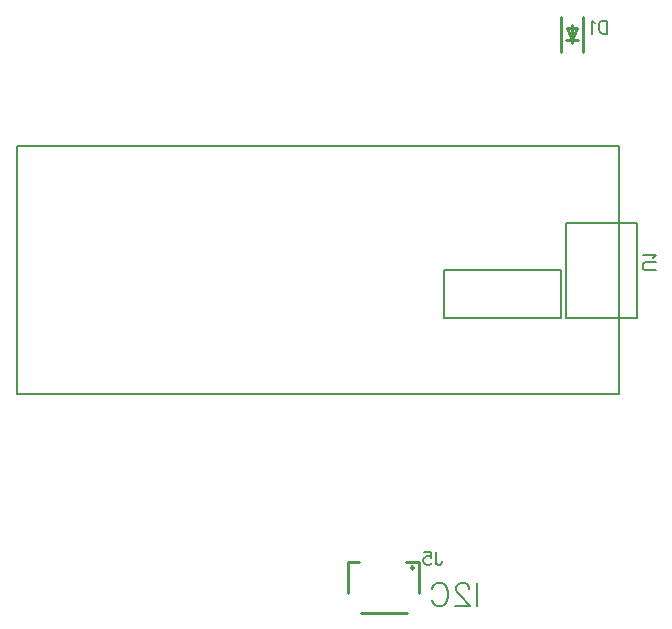
<source format=gbo>
G04 Layer: BottomSilkscreenLayer*
G04 EasyEDA v6.5.40, 2024-04-28 19:39:01*
G04 a67cddfb3fce44daa9051d46cbbcc19f,10*
G04 Gerber Generator version 0.2*
G04 Scale: 100 percent, Rotated: No, Reflected: No *
G04 Dimensions in millimeters *
G04 leading zeros omitted , absolute positions ,4 integer and 5 decimal *
%FSLAX45Y45*%
%MOMM*%

%ADD10C,0.2032*%
%ADD11C,0.1524*%
%ADD12C,0.2540*%
%ADD13C,0.1270*%

%LPD*%
D10*
X8799868Y351853D02*
G01*
X8799868Y160845D01*
X8730780Y306387D02*
G01*
X8730780Y315531D01*
X8721890Y333565D01*
X8712746Y342709D01*
X8694458Y351853D01*
X8658136Y351853D01*
X8640102Y342709D01*
X8630958Y333565D01*
X8621814Y315531D01*
X8621814Y297243D01*
X8630958Y279209D01*
X8648992Y251777D01*
X8739924Y160845D01*
X8612670Y160845D01*
X8416328Y306387D02*
G01*
X8425472Y324421D01*
X8443506Y342709D01*
X8461794Y351853D01*
X8498116Y351853D01*
X8516404Y342709D01*
X8534438Y324421D01*
X8543582Y306387D01*
X8552726Y279209D01*
X8552726Y233743D01*
X8543582Y206311D01*
X8534438Y188277D01*
X8516404Y169989D01*
X8498116Y160845D01*
X8461794Y160845D01*
X8443506Y169989D01*
X8425472Y188277D01*
X8416328Y206311D01*
D11*
X8448027Y615337D02*
G01*
X8448027Y532211D01*
X8453224Y516623D01*
X8458418Y511429D01*
X8468809Y506234D01*
X8479200Y506234D01*
X8489591Y511429D01*
X8494788Y516623D01*
X8499983Y532211D01*
X8499983Y542602D01*
X8351393Y615337D02*
G01*
X8403348Y615337D01*
X8408543Y568579D01*
X8403348Y573773D01*
X8387760Y578970D01*
X8372175Y578970D01*
X8356587Y573773D01*
X8346198Y563384D01*
X8341001Y547796D01*
X8341001Y537405D01*
X8346198Y521820D01*
X8356587Y511429D01*
X8372175Y506234D01*
X8387760Y506234D01*
X8403348Y511429D01*
X8408543Y516623D01*
X8413737Y527014D01*
X9899980Y5115305D02*
G01*
X9899980Y5006339D01*
X9899980Y5115305D02*
G01*
X9863658Y5115305D01*
X9847910Y5110226D01*
X9837750Y5099812D01*
X9832416Y5089397D01*
X9827336Y5073650D01*
X9827336Y5047742D01*
X9832416Y5032247D01*
X9837750Y5021834D01*
X9847910Y5011420D01*
X9863658Y5006339D01*
X9899980Y5006339D01*
X9793046Y5094478D02*
G01*
X9782632Y5099812D01*
X9766884Y5115305D01*
X9766884Y5006339D01*
X10308501Y2999994D02*
G01*
X10230523Y2999994D01*
X10215029Y3005073D01*
X10204615Y3015487D01*
X10199535Y3031236D01*
X10199535Y3041650D01*
X10204615Y3057144D01*
X10215029Y3067557D01*
X10230523Y3072637D01*
X10308501Y3072637D01*
X10287673Y3106928D02*
G01*
X10293007Y3117342D01*
X10308501Y3133089D01*
X10199535Y3133089D01*
D12*
X8201954Y104015D02*
G01*
X7811957Y104015D01*
X8193961Y530009D02*
G01*
X8301954Y530009D01*
X8301954Y270014D01*
X7795958Y530009D02*
G01*
X7703957Y530009D01*
X7703957Y269331D01*
X9599980Y4949189D02*
G01*
X9640620Y5050789D01*
X9694633Y4847986D02*
G01*
X9694633Y5147985D01*
X9506666Y4849322D02*
G01*
X9506666Y5149321D01*
X9599980Y4923789D02*
G01*
X9599980Y5076189D01*
X9650780Y4949189D02*
G01*
X9549180Y4949189D01*
X9559340Y5050789D02*
G01*
X9599980Y4949189D01*
X9640620Y5050789D02*
G01*
X9559340Y5050789D01*
D13*
X9507385Y2593594D02*
G01*
X9507385Y2999994D01*
X8516785Y2999994D01*
X8516785Y2593594D01*
X9507385Y2593594D01*
X9999967Y3399993D02*
G01*
X9549980Y3399993D01*
X9549980Y2599994D01*
X9999967Y2599994D01*
X10149979Y2599994D01*
X10149979Y3399993D01*
X9999967Y3399993D01*
X9999967Y1949983D02*
G01*
X9999967Y2599994D01*
X9999967Y3399993D01*
X9999967Y4050004D01*
X4899977Y4050004D01*
X4899977Y1949983D01*
X9999967Y1949983D01*
D12*
G75*
G01
X8262391Y481254D02*
G03X8262391Y481254I-12497J0D01*
M02*

</source>
